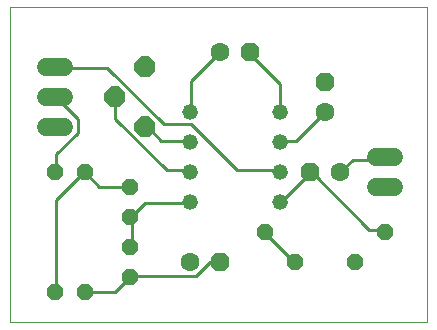
<source format=gtl>
G75*
%MOIN*%
%OFA0B0*%
%FSLAX25Y25*%
%IPPOS*%
%LPD*%
%AMOC8*
5,1,8,0,0,1.08239X$1,22.5*
%
%ADD10C,0.00000*%
%ADD11OC8,0.05200*%
%ADD12OC8,0.06300*%
%ADD13C,0.06300*%
%ADD14C,0.05200*%
%ADD15C,0.06000*%
%ADD16OC8,0.07000*%
%ADD17C,0.01000*%
D10*
X0001800Y0001800D02*
X0001800Y0106761D01*
X0140501Y0106761D01*
X0140501Y0001800D01*
X0001800Y0001800D01*
D11*
X0016800Y0011800D03*
X0026800Y0011800D03*
X0041800Y0016800D03*
X0041800Y0026800D03*
X0041800Y0036800D03*
X0041800Y0046800D03*
X0026800Y0051800D03*
X0016800Y0051800D03*
X0086800Y0031800D03*
X0096800Y0021800D03*
X0116800Y0021800D03*
X0126800Y0031800D03*
D12*
X0101800Y0051800D03*
X0071800Y0021800D03*
X0106800Y0081800D03*
X0081800Y0091800D03*
D13*
X0071800Y0091800D03*
X0106800Y0071800D03*
X0111800Y0051800D03*
X0061800Y0021800D03*
D14*
X0061800Y0041800D03*
X0061800Y0051800D03*
X0061800Y0061800D03*
X0061800Y0071800D03*
X0091800Y0071800D03*
X0091800Y0061800D03*
X0091800Y0051800D03*
X0091800Y0041800D03*
D15*
X0123800Y0046800D02*
X0129800Y0046800D01*
X0129800Y0056800D02*
X0123800Y0056800D01*
X0019800Y0066800D02*
X0013800Y0066800D01*
X0013800Y0076800D02*
X0019800Y0076800D01*
X0019800Y0086800D02*
X0013800Y0086800D01*
D16*
X0036800Y0076800D03*
X0046800Y0066800D03*
X0046800Y0086800D03*
D17*
X0034100Y0086600D02*
X0017000Y0086600D01*
X0016800Y0086800D01*
X0016800Y0076800D02*
X0017000Y0076700D01*
X0024200Y0069500D01*
X0024200Y0065000D01*
X0017000Y0057800D01*
X0017000Y0052400D01*
X0016800Y0051800D01*
X0026000Y0051500D02*
X0026800Y0051800D01*
X0026900Y0051500D01*
X0031400Y0047000D01*
X0041300Y0047000D01*
X0041800Y0046800D01*
X0046700Y0041600D02*
X0042200Y0037100D01*
X0041800Y0036800D01*
X0042200Y0036200D01*
X0042200Y0027200D01*
X0041800Y0026800D01*
X0042200Y0017300D02*
X0041800Y0016800D01*
X0041300Y0016400D01*
X0036800Y0011900D01*
X0026900Y0011900D01*
X0026800Y0011800D01*
X0017000Y0011900D02*
X0016800Y0011800D01*
X0017000Y0011900D02*
X0017000Y0042500D01*
X0026000Y0051500D01*
X0046700Y0041600D02*
X0061100Y0041600D01*
X0061800Y0041800D01*
X0061800Y0051800D02*
X0061100Y0052400D01*
X0053900Y0052400D01*
X0036800Y0069500D01*
X0036800Y0076800D01*
X0034100Y0086600D02*
X0053000Y0067700D01*
X0062000Y0067700D01*
X0077300Y0052400D01*
X0091700Y0052400D01*
X0091800Y0051800D01*
X0092600Y0042500D02*
X0101600Y0051500D01*
X0101800Y0051800D01*
X0102500Y0051500D01*
X0121400Y0032600D01*
X0126800Y0032600D01*
X0126800Y0031800D01*
X0111800Y0051800D02*
X0116000Y0056000D01*
X0126800Y0056000D01*
X0126800Y0056800D01*
X0106800Y0071800D02*
X0106100Y0071300D01*
X0097100Y0062300D01*
X0092600Y0062300D01*
X0091800Y0061800D01*
X0091800Y0071800D02*
X0091700Y0072200D01*
X0091700Y0081200D01*
X0081800Y0091100D01*
X0081800Y0091800D01*
X0071800Y0091800D02*
X0071000Y0091100D01*
X0062000Y0082100D01*
X0062000Y0072200D01*
X0061800Y0071800D01*
X0061100Y0062300D02*
X0052100Y0062300D01*
X0047600Y0066800D01*
X0046800Y0066800D01*
X0061100Y0062300D02*
X0061800Y0061800D01*
X0091800Y0041800D02*
X0092600Y0042500D01*
X0086800Y0031800D02*
X0086300Y0031700D01*
X0096200Y0021800D01*
X0096800Y0021800D01*
X0071800Y0021800D02*
X0068300Y0021800D01*
X0063800Y0017300D01*
X0042200Y0017300D01*
M02*

</source>
